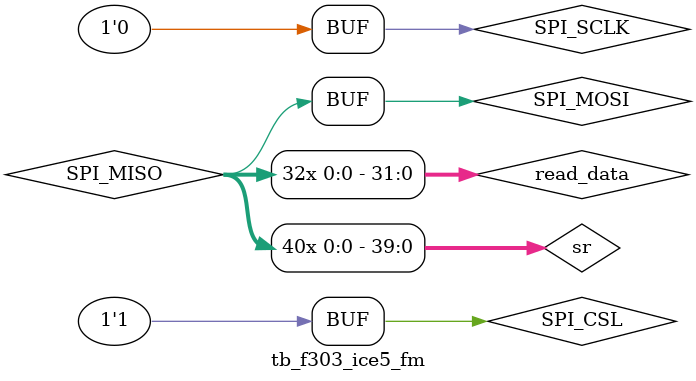
<source format=v>

module tb_f303_ice5_fm;
	// I2S output
	wire mclk;
	wire sdout;
	wire sclk;
	wire lrck;

	// SPI slave port
	reg SPI_CSL;
	reg SPI_MOSI;
	wire SPI_MISO;
	reg SPI_SCLK;
	
	// RGB output
	wire o_red;
	wire o_green;
	wire o_blue;
	
	// spi shift
	reg [39:0] sr;
	reg [31:0] read_data;
	
	// spi transaction task
	task spi_rxtx
		(
			input rw,
			input [6:0] addr,
			input [31:0] wdata
		);
		begin: spi_task
			
			sr = {rw,addr,wdata};
			SPI_CSL = 1'b0;
			SPI_SCLK = 1'b0;
			SPI_MOSI = sr[39];
			
			repeat(40)
			begin
				#100
				SPI_SCLK = 1'b1;
				#100
				SPI_SCLK = 1'b0;
				sr = {sr[38:0],SPI_MISO};
				SPI_MOSI = sr[39];
			end
			
			#100
			SPI_CSL = 1'b1;
			#100
			read_data = sr[31:0];
		end
	endtask
		
	f303_ice5_fm
		uut(
			// I2S output
			.mclk(mclk),
			.sdout(sdout),
			.sclk(sclk),
			.lrck(lrck),

			// SPI slave port
			.SPI_CSL(SPI_CSL),
			.SPI_MOSI(SPI_MOSI),
			.SPI_MISO(SPI_MISO),
			.SPI_SCLK(SPI_SCLK),
			
			// RGB output
			.o_red(o_red),
			.o_green(o_green),
			.o_blue(o_blue)
		);

	// test setup
	initial
    begin
`ifdef icarus
  		$dumpfile("tb_f303_ice5_fm.vcd");
		$dumpvars;
`endif
        
		// initial SPI setting
		SPI_CSL = 1'b1;
		SPI_MOSI = 1'b0;
		SPI_SCLK = 1'b0;
	
		// wait for chip to init
		#4000
		
		// read ID
		spi_rxtx(1'b1, 7'd00, 32'd0);
		
		// write params - assume the defaults are good
		spi_rxtx(1'b0, 7'd10, 32'b110000); // li, ri ena
		spi_rxtx(1'b0, 7'd11, 32'd0); // op 0
		spi_rxtx(1'b0, 7'd12, 32'd1); // write
	
		// wait for opcnt to cycle
		#22000
		
		// read diag bus
		spi_rxtx(1'b1, 7'h0E, 32'd0); // low
		spi_rxtx(1'b1, 7'h0F, 32'd0); // high
		
		// trigger on
		spi_rxtx(1'b0, 7'd3, 32'd1); // write
		
		// wait for opcnt to cycle
		//#22000
		
		// trigger off
		//spi_rxtx(1'b0, 7'd3, 32'd0); // write

`ifdef icarus
        // stop after 4ms
		#5000000 $finish;
`endif
	end
endmodule
	

</source>
